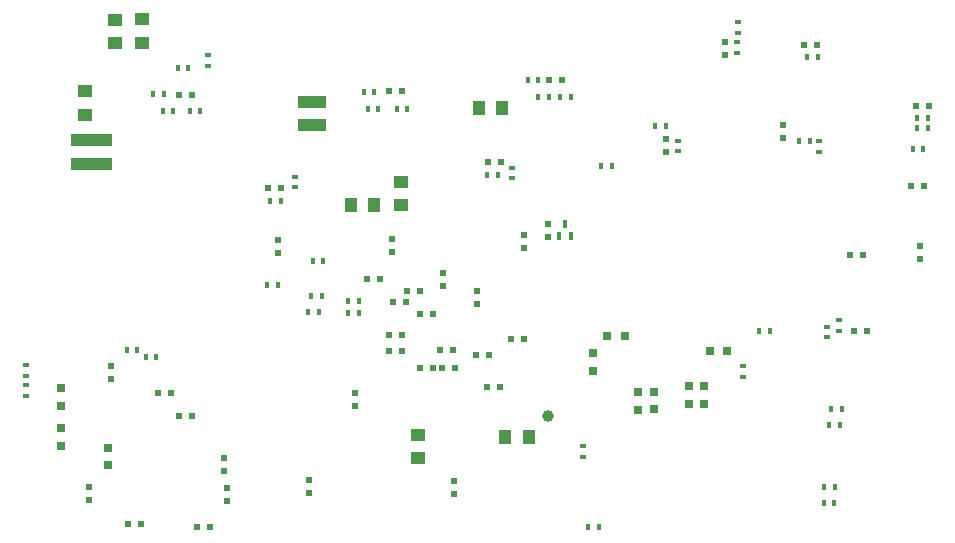
<source format=gbr>
G04 #@! TF.GenerationSoftware,KiCad,Pcbnew,(5.1.2)-1*
G04 #@! TF.CreationDate,2019-06-07T19:10:42-04:00*
G04 #@! TF.ProjectId,fmcw3,666d6377-332e-46b6-9963-61645f706362,rev?*
G04 #@! TF.SameCoordinates,Original*
G04 #@! TF.FileFunction,Paste,Bot*
G04 #@! TF.FilePolarity,Positive*
%FSLAX46Y46*%
G04 Gerber Fmt 4.6, Leading zero omitted, Abs format (unit mm)*
G04 Created by KiCad (PCBNEW (5.1.2)-1) date 2019-06-07 19:10:42*
%MOMM*%
%LPD*%
G04 APERTURE LIST*
%ADD10C,1.000000*%
%ADD11R,1.250000X1.000000*%
%ADD12R,0.500000X0.600000*%
%ADD13R,0.400000X0.600000*%
%ADD14R,0.460000X0.650000*%
%ADD15R,0.600000X0.400000*%
%ADD16R,1.000000X1.250000*%
%ADD17R,0.600000X0.500000*%
%ADD18R,0.750000X0.800000*%
%ADD19R,0.800000X0.750000*%
G04 APERTURE END LIST*
D10*
X170225000Y-112700000D03*
D11*
X133575000Y-79125000D03*
X133575000Y-81125000D03*
X135875000Y-81050000D03*
X135875000Y-79050000D03*
D12*
X147350000Y-97750000D03*
X147350000Y-98850000D03*
D13*
X146450000Y-101600000D03*
X147350000Y-101600000D03*
D12*
X170250000Y-96400000D03*
X170250000Y-97500000D03*
D14*
X172150000Y-97450000D03*
X171150000Y-97450000D03*
X171650000Y-96400000D03*
D15*
X141400000Y-83000000D03*
X141400000Y-82100000D03*
D12*
X162250000Y-119300000D03*
X162250000Y-118200000D03*
X150025000Y-118075000D03*
X150025000Y-119175000D03*
D11*
X149650000Y-86075000D03*
X149650000Y-88075000D03*
X150800000Y-88075000D03*
X150800000Y-86075000D03*
D16*
X166350000Y-86600000D03*
X164350000Y-86600000D03*
D13*
X174750000Y-91500000D03*
X175650000Y-91500000D03*
D16*
X153500000Y-94850000D03*
X155500000Y-94850000D03*
D17*
X200925000Y-93200000D03*
X202025000Y-93200000D03*
X140050000Y-112650000D03*
X138950000Y-112650000D03*
D12*
X133250000Y-109550000D03*
X133250000Y-108450000D03*
D17*
X140500000Y-122050000D03*
X141600000Y-122050000D03*
D12*
X131350000Y-119750000D03*
X131350000Y-118650000D03*
X143060000Y-118785000D03*
X143060000Y-119885000D03*
D17*
X138300000Y-110700000D03*
X137200000Y-110700000D03*
D12*
X142785000Y-116235000D03*
X142785000Y-117335000D03*
D18*
X128950000Y-113700000D03*
X128950000Y-115200000D03*
X133000000Y-116850000D03*
X133000000Y-115350000D03*
D17*
X157850000Y-105800000D03*
X156750000Y-105800000D03*
X164128548Y-107492216D03*
X165228548Y-107492216D03*
X193000000Y-81270000D03*
X191900000Y-81270000D03*
X202480000Y-86385000D03*
X201380000Y-86385000D03*
X195800000Y-99025000D03*
X196900000Y-99025000D03*
D12*
X180223022Y-89261050D03*
X180223022Y-90361050D03*
D17*
X156720000Y-85190000D03*
X157820000Y-85190000D03*
X166200000Y-91150000D03*
X165100000Y-91150000D03*
D12*
X190150000Y-89100000D03*
X190150000Y-88000000D03*
D17*
X140120000Y-85466572D03*
X139020000Y-85466572D03*
X196100000Y-105475000D03*
X197200000Y-105475000D03*
X147625350Y-93363810D03*
X146525350Y-93363810D03*
D12*
X185241322Y-82080700D03*
X185241322Y-80980700D03*
D17*
X171400000Y-84256798D03*
X170300000Y-84256798D03*
D12*
X161368548Y-101652216D03*
X161368548Y-100552216D03*
D17*
X160468548Y-108642216D03*
X159368548Y-108642216D03*
X158228548Y-103052216D03*
X157128548Y-103052216D03*
X156758548Y-107142216D03*
X157858548Y-107142216D03*
X159348548Y-104062216D03*
X160448548Y-104062216D03*
X158258548Y-102072216D03*
X159358548Y-102072216D03*
X154878548Y-101082216D03*
X155978548Y-101082216D03*
D12*
X164218548Y-103212216D03*
X164218548Y-102112216D03*
X153868548Y-111812216D03*
X153868548Y-110712216D03*
D17*
X167098548Y-106142216D03*
X168198548Y-106142216D03*
X162378548Y-108642216D03*
X161278548Y-108642216D03*
D12*
X157050000Y-97650000D03*
X157050000Y-98750000D03*
X201750000Y-99400000D03*
X201750000Y-98300000D03*
X168198548Y-98482216D03*
X168198548Y-97382216D03*
D17*
X162158548Y-107082216D03*
X161058548Y-107082216D03*
X165048548Y-110222216D03*
X166148548Y-110222216D03*
X134650000Y-121800000D03*
X135750000Y-121800000D03*
D19*
X185400000Y-107200000D03*
X183900000Y-107200000D03*
D18*
X182200000Y-110170000D03*
X182200000Y-111670000D03*
X129000000Y-110300000D03*
X129000000Y-111800000D03*
X183430000Y-110170000D03*
X183430000Y-111670000D03*
X174065536Y-107325694D03*
X174065536Y-108825694D03*
X179200000Y-112110000D03*
X179200000Y-110610000D03*
X177800000Y-110630000D03*
X177800000Y-112130000D03*
D19*
X176750000Y-105900000D03*
X175250000Y-105900000D03*
D11*
X157750000Y-94850000D03*
X157750000Y-92850000D03*
X132690000Y-89340000D03*
X132690000Y-91340000D03*
X131000000Y-87150000D03*
X131000000Y-85150000D03*
X130390000Y-91340000D03*
X130390000Y-89340000D03*
X131490000Y-89340000D03*
X131490000Y-91340000D03*
D16*
X168580000Y-114480000D03*
X166580000Y-114480000D03*
D11*
X159210000Y-114270000D03*
X159210000Y-116270000D03*
D13*
X193080000Y-82240000D03*
X192180000Y-82240000D03*
D15*
X167140000Y-91660000D03*
X167140000Y-92560000D03*
D13*
X165950000Y-92250000D03*
X165050000Y-92250000D03*
X202380000Y-88310000D03*
X201480000Y-88310000D03*
X191510000Y-89430000D03*
X192410000Y-89430000D03*
D15*
X193130000Y-89430000D03*
X193130000Y-90330000D03*
D13*
X155850000Y-86710000D03*
X154950000Y-86710000D03*
X171250000Y-85656798D03*
X172150000Y-85656798D03*
X170300000Y-85656798D03*
X169400000Y-85656798D03*
X139870000Y-86826572D03*
X140770000Y-86826572D03*
X138510000Y-86866572D03*
X137610000Y-86866572D03*
X138860000Y-83250000D03*
X139760000Y-83250000D03*
X158310000Y-86720000D03*
X157410000Y-86720000D03*
X201455000Y-87410000D03*
X202355000Y-87410000D03*
D15*
X148825350Y-92413810D03*
X148825350Y-93313810D03*
D13*
X136810000Y-85406572D03*
X137710000Y-85406572D03*
X169400000Y-84256798D03*
X168500000Y-84256798D03*
X154610000Y-85210000D03*
X155510000Y-85210000D03*
D15*
X181233022Y-89371050D03*
X181233022Y-90271050D03*
D13*
X180193022Y-88141050D03*
X179293022Y-88141050D03*
X147575350Y-94463810D03*
X146675350Y-94463810D03*
D15*
X186271322Y-80220700D03*
X186271322Y-79320700D03*
X194860000Y-104550000D03*
X194860000Y-105450000D03*
X193825000Y-105100000D03*
X193825000Y-106000000D03*
D13*
X202010000Y-90050000D03*
X201110000Y-90050000D03*
D15*
X186231322Y-81030700D03*
X186231322Y-81930700D03*
D13*
X150800000Y-103850000D03*
X149900000Y-103850000D03*
X174500000Y-122030000D03*
X173600000Y-122030000D03*
X150150000Y-102500000D03*
X151050000Y-102500000D03*
X151200000Y-99550000D03*
X150300000Y-99550000D03*
D15*
X173180000Y-115240000D03*
X173180000Y-116140000D03*
D13*
X153290000Y-102920000D03*
X154190000Y-102920000D03*
X153280000Y-103910000D03*
X154180000Y-103910000D03*
X134550000Y-107050000D03*
X135450000Y-107050000D03*
X188100000Y-105500000D03*
X189000000Y-105500000D03*
D15*
X186750000Y-109360000D03*
X186750000Y-108460000D03*
D13*
X137060000Y-107690000D03*
X136160000Y-107690000D03*
D15*
X126050000Y-108350000D03*
X126050000Y-109250000D03*
D13*
X194200000Y-112100000D03*
X195100000Y-112100000D03*
X194950000Y-113450000D03*
X194050000Y-113450000D03*
X194525000Y-118700000D03*
X193625000Y-118700000D03*
X193550000Y-120025000D03*
X194450000Y-120025000D03*
D15*
X126050000Y-110050000D03*
X126050000Y-110950000D03*
M02*

</source>
